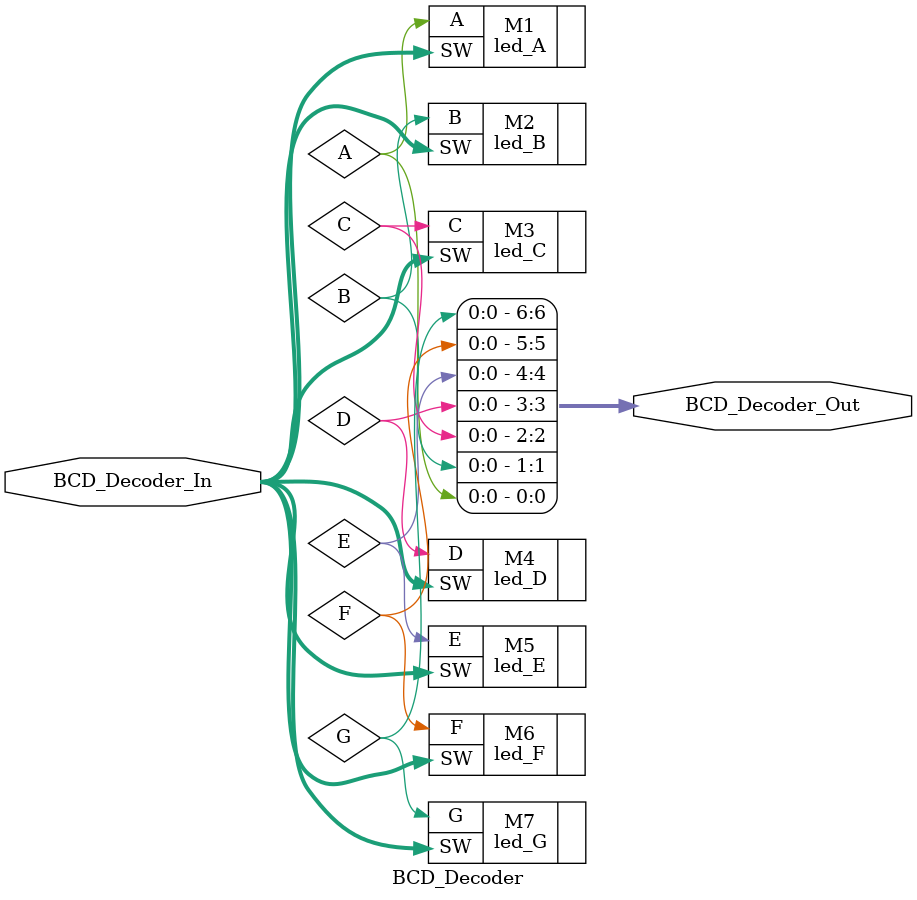
<source format=v>

module BCD_Decoder (input [3:0] BCD_Decoder_In, 
                     output [6:0] BCD_Decoder_Out);
wire A,B,C,D,E,F,G;
led_A M1 (.SW(BCD_Decoder_In), .A(A));
led_B M2 (.SW(BCD_Decoder_In), .B(B));
led_C M3 (.SW(BCD_Decoder_In), .C(C));
led_D M4 (.SW(BCD_Decoder_In), .D(D));
led_E M5 (.SW(BCD_Decoder_In), .E(E));
led_F M6 (.SW(BCD_Decoder_In), .F(F));
led_G M7 (.SW(BCD_Decoder_In), .G(G));
assign BCD_Decoder_Out = {G,F,E,D,C,B,A};

endmodule
</source>
